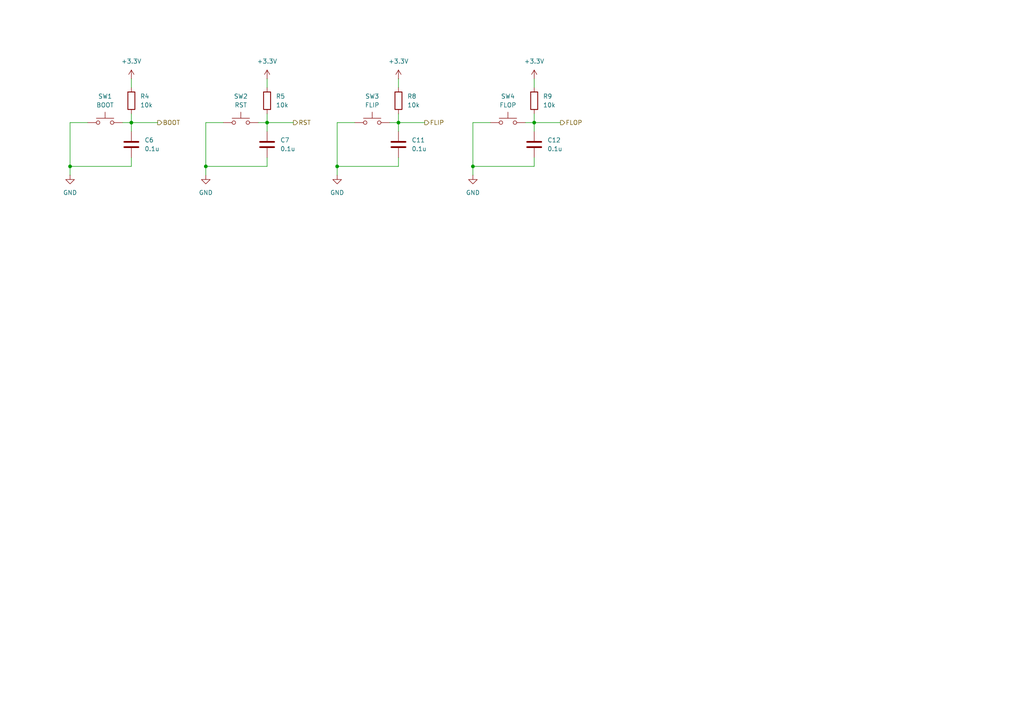
<source format=kicad_sch>
(kicad_sch (version 20231120) (generator "eeschema") (generator_version "8.0")
  (paper "A4")
  (title_block (title "Buttons"))
  (lib_symbols
    (symbol "Device:C" (pin_numbers hide) (pin_names (offset 0.254))
      (property "Reference" "C" (at 0.635 2.54 0))
      (property "Value" "C" (at 0.635 -2.54 0))
      (symbol "C_0_1"
        (polyline (pts (xy -2.032 -0.762) (xy 2.032 -0.762)) (stroke (width 0.508)))
        (polyline (pts (xy -2.032 0.762) (xy 2.032 0.762)) (stroke (width 0.508)))
      )
      (symbol "C_1_1"
        (pin passive line (at 0 3.81 270) (length 2.794) (name "~") (number "1"))
        (pin passive line (at 0 -3.81 90) (length 2.794) (name "~") (number "2"))
      )
    )
    (symbol "Device:R" (pin_numbers hide) (pin_names (offset 0))
      (property "Reference" "R" (at 2.032 0 90))
      (property "Value" "R" (at 0 0 90))
      (symbol "R_0_1"
        (rectangle (start -1.016 -2.54) (end 1.016 2.54) (stroke (width 0.254)))
      )
      (symbol "R_1_1"
        (pin passive line (at 0 3.81 270) (length 1.27) (name "~") (number "1"))
        (pin passive line (at 0 -3.81 90) (length 1.27) (name "~") (number "2"))
      )
    )
    (symbol "Switch:SW_Push" (pin_numbers hide) (pin_names (offset 1.016) hide)
      (property "Reference" "SW" (at 1.27 2.54 0))
      (property "Value" "SW_Push" (at 0 -1.524 0))
      (symbol "SW_Push_0_1"
        (circle (center -2.032 0) (radius 0.508))
        (polyline (pts (xy 0 1.27) (xy 0 3.048)))
        (polyline (pts (xy 2.54 1.27) (xy -2.54 1.27)))
        (circle (center 2.032 0) (radius 0.508))
        (pin passive line (at -5.08 0 0) (length 2.54) (name "1") (number "1"))
        (pin passive line (at 5.08 0 180) (length 2.54) (name "2") (number "2"))
      )
    )
    (symbol "power:+3.3V" (power) (pin_numbers hide) (pin_names (offset 0) hide)
      (property "Value" "+3.3V" (at 0 3.556 0))
      (symbol "+3.3V_0_1"
        (polyline (pts (xy -0.762 1.27) (xy 0 2.54)))
        (polyline (pts (xy 0 0) (xy 0 2.54)))
        (polyline (pts (xy 0 2.54) (xy 0.762 1.27)))
      )
      (symbol "+3.3V_1_1"
        (pin power_in line (at 0 0 90) (length 0) (name "~") (number "1"))
      )
    )
    (symbol "power:GND" (power) (pin_numbers hide) (pin_names (offset 0) hide)
      (property "Value" "GND" (at 0 -3.81 0))
      (symbol "GND_0_1"
        (polyline (pts (xy 0 0) (xy 0 -1.27) (xy 1.27 -1.27) (xy 0 -2.54) (xy -1.27 -1.27) (xy 0 -1.27)))
      )
      (symbol "GND_1_1"
        (pin power_in line (at 0 0 270) (length 0) (name "~") (number "1"))
      )
    )
  )
  (junction (at 97.79 48.26))
  (junction (at 77.47 35.56))
  (junction (at 59.69 48.26))
  (junction (at 137.16 48.26))
  (junction (at 154.94 35.56))
  (junction (at 20.32 48.26))
  (junction (at 38.1 35.56))
  (junction (at 115.57 35.56))
  (wire (pts (xy 115.57 35.56) (xy 123.19 35.56)))
  (wire (pts (xy 59.69 48.26) (xy 59.69 50.8)))
  (wire (pts (xy 77.47 22.86) (xy 77.47 25.4)))
  (wire (pts (xy 20.32 48.26) (xy 20.32 50.8)))
  (wire (pts (xy 38.1 35.56) (xy 38.1 38.1)))
  (wire (pts (xy 137.16 35.56) (xy 137.16 48.26)))
  (wire (pts (xy 59.69 35.56) (xy 59.69 48.26)))
  (wire (pts (xy 142.24 35.56) (xy 137.16 35.56)))
  (wire (pts (xy 77.47 35.56) (xy 85.09 35.56)))
  (wire (pts (xy 97.79 35.56) (xy 97.79 48.26)))
  (wire (pts (xy 38.1 48.26) (xy 20.32 48.26)))
  (wire (pts (xy 77.47 35.56) (xy 77.47 38.1)))
  (wire (pts (xy 38.1 45.72) (xy 38.1 48.26)))
  (wire (pts (xy 115.57 35.56) (xy 115.57 38.1)))
  (wire (pts (xy 20.32 35.56) (xy 20.32 48.26)))
  (wire (pts (xy 74.93 35.56) (xy 77.47 35.56)))
  (wire (pts (xy 154.94 45.72) (xy 154.94 48.26)))
  (wire (pts (xy 154.94 35.56) (xy 154.94 38.1)))
  (wire (pts (xy 113.03 35.56) (xy 115.57 35.56)))
  (wire (pts (xy 115.57 45.72) (xy 115.57 48.26)))
  (wire (pts (xy 35.56 35.56) (xy 38.1 35.56)))
  (wire (pts (xy 154.94 22.86) (xy 154.94 25.4)))
  (wire (pts (xy 154.94 35.56) (xy 162.56 35.56)))
  (wire (pts (xy 154.94 33.02) (xy 154.94 35.56)))
  (wire (pts (xy 115.57 33.02) (xy 115.57 35.56)))
  (wire (pts (xy 38.1 22.86) (xy 38.1 25.4)))
  (wire (pts (xy 64.77 35.56) (xy 59.69 35.56)))
  (wire (pts (xy 25.4 35.56) (xy 20.32 35.56)))
  (wire (pts (xy 38.1 33.02) (xy 38.1 35.56)))
  (wire (pts (xy 97.79 48.26) (xy 97.79 50.8)))
  (wire (pts (xy 77.47 33.02) (xy 77.47 35.56)))
  (wire (pts (xy 115.57 22.86) (xy 115.57 25.4)))
  (wire (pts (xy 137.16 48.26) (xy 137.16 50.8)))
  (wire (pts (xy 77.47 48.26) (xy 59.69 48.26)))
  (wire (pts (xy 152.4 35.56) (xy 154.94 35.56)))
  (wire (pts (xy 102.87 35.56) (xy 97.79 35.56)))
  (wire (pts (xy 115.57 48.26) (xy 97.79 48.26)))
  (wire (pts (xy 154.94 48.26) (xy 137.16 48.26)))
  (wire (pts (xy 38.1 35.56) (xy 45.72 35.56)))
  (wire (pts (xy 77.47 45.72) (xy 77.47 48.26)))
  (hierarchical_label "FLIP" (shape output) (at 123.19 35.56 0))
  (hierarchical_label "RST" (shape output) (at 85.09 35.56 0))
  (hierarchical_label "FLOP" (shape output) (at 162.56 35.56 0))
  (hierarchical_label "BOOT" (shape output) (at 45.72 35.56 0))
  (symbol (lib_id "power:+3.3V") (at 38.1 22.86 0) (unit 1)
    (property "Reference" "#PWR019" (effects (hide yes)))
    (property "Value" "+3.3V" (at 38.1 17.78 0))
    (property "Description" "Power symbol creates a global label with name \"+3.3V\"" (effects (hide yes)))
  )
  (symbol (lib_id "power:+3.3V") (at 154.94 22.86 0) (unit 1)
    (property "Reference" "#PWR033" (effects (hide yes)))
    (property "Value" "+3.3V" (at 154.94 17.78 0))
    (property "Description" "Power symbol creates a global label with name \"+3.3V\"" (effects (hide yes)))
  )
  (symbol (lib_id "power:+3.3V") (at 77.47 22.86 0) (unit 1)
    (property "Reference" "#PWR021" (effects (hide yes)))
    (property "Value" "+3.3V" (at 77.47 17.78 0))
    (property "Description" "Power symbol creates a global label with name \"+3.3V\"" (effects (hide yes)))
  )
  (symbol (lib_id "power:+3.3V") (at 115.57 22.86 0) (unit 1)
    (property "Reference" "#PWR031" (effects (hide yes)))
    (property "Value" "+3.3V" (at 115.57 17.78 0))
    (property "Description" "Power symbol creates a global label with name \"+3.3V\"" (effects (hide yes)))
  )
  (symbol (lib_id "power:GND") (at 59.69 50.8 0) (unit 1)
    (property "Reference" "#PWR020" (effects (hide yes)))
    (property "Value" "GND" (at 59.69 55.88 0))
    (property "Description" "Power symbol creates a global label with name \"GND\" , ground" (effects (hide yes)))
  )
  (symbol (lib_id "Device:C") (at 38.1 41.91 0) (unit 1)
    (property "Reference" "C6" (at 41.91 40.6399 0) (effects (justify left)))
    (property "Value" "0.1u" (at 41.91 43.1799 0) (effects (justify left)))
    (property "Description" "Unpolarized capacitor" (effects (hide yes)))
  )
  (symbol (lib_id "Device:R") (at 38.1 29.21 0) (unit 1)
    (property "Reference" "R4" (at 40.64 27.9399 0) (effects (justify left)))
    (property "Value" "10k" (at 40.64 30.4799 0) (effects (justify left)))
    (property "Description" "Resistor" (effects (hide yes)))
  )
  (symbol (lib_id "Device:R") (at 115.57 29.21 0) (unit 1)
    (property "Reference" "R8" (at 118.11 27.9399 0) (effects (justify left)))
    (property "Value" "10k" (at 118.11 30.4799 0) (effects (justify left)))
    (property "Description" "Resistor" (effects (hide yes)))
  )
  (symbol (lib_id "power:GND") (at 137.16 50.8 0) (unit 1)
    (property "Reference" "#PWR032" (effects (hide yes)))
    (property "Value" "GND" (at 137.16 55.88 0))
    (property "Description" "Power symbol creates a global label with name \"GND\" , ground" (effects (hide yes)))
  )
  (symbol (lib_id "Device:C") (at 154.94 41.91 0) (unit 1)
    (property "Reference" "C12" (at 158.75 40.6399 0) (effects (justify left)))
    (property "Value" "0.1u" (at 158.75 43.1799 0) (effects (justify left)))
    (property "Description" "Unpolarized capacitor" (effects (hide yes)))
  )
  (symbol (lib_id "Switch:SW_Push") (at 107.95 35.56 0) (unit 1)
    (property "Reference" "SW3" (at 107.95 27.94 0))
    (property "Value" "FLIP" (at 107.95 30.48 0))
    (property "Description" "Push button switch, generic, two pins" (effects (hide yes)))
  )
  (symbol (lib_id "Switch:SW_Push") (at 147.32 35.56 0) (unit 1)
    (property "Reference" "SW4" (at 147.32 27.94 0))
    (property "Value" "FLOP" (at 147.32 30.48 0))
    (property "Description" "Push button switch, generic, two pins" (effects (hide yes)))
  )
  (symbol (lib_id "Switch:SW_Push") (at 30.48 35.56 0) (unit 1)
    (property "Reference" "SW1" (at 30.48 27.94 0))
    (property "Value" "BOOT" (at 30.48 30.48 0))
    (property "Description" "Push button switch, generic, two pins" (effects (hide yes)))
  )
  (symbol (lib_id "Device:R") (at 77.47 29.21 0) (unit 1)
    (property "Reference" "R5" (at 80.01 27.9399 0) (effects (justify left)))
    (property "Value" "10k" (at 80.01 30.4799 0) (effects (justify left)))
    (property "Description" "Resistor" (effects (hide yes)))
  )
  (symbol (lib_id "power:GND") (at 97.79 50.8 0) (unit 1)
    (property "Reference" "#PWR030" (effects (hide yes)))
    (property "Value" "GND" (at 97.79 55.88 0))
    (property "Description" "Power symbol creates a global label with name \"GND\" , ground" (effects (hide yes)))
  )
  (symbol (lib_id "Device:R") (at 154.94 29.21 0) (unit 1)
    (property "Reference" "R9" (at 157.48 27.9399 0) (effects (justify left)))
    (property "Value" "10k" (at 157.48 30.4799 0) (effects (justify left)))
    (property "Description" "Resistor" (effects (hide yes)))
  )
  (symbol (lib_id "Device:C") (at 77.47 41.91 0) (unit 1)
    (property "Reference" "C7" (at 81.28 40.6399 0) (effects (justify left)))
    (property "Value" "0.1u" (at 81.28 43.1799 0) (effects (justify left)))
    (property "Description" "Unpolarized capacitor" (effects (hide yes)))
  )
  (symbol (lib_id "power:GND") (at 20.32 50.8 0) (unit 1)
    (property "Reference" "#PWR018" (effects (hide yes)))
    (property "Value" "GND" (at 20.32 55.88 0))
    (property "Description" "Power symbol creates a global label with name \"GND\" , ground" (effects (hide yes)))
  )
  (symbol (lib_id "Switch:SW_Push") (at 69.85 35.56 0) (unit 1)
    (property "Reference" "SW2" (at 69.85 27.94 0))
    (property "Value" "RST" (at 69.85 30.48 0))
    (property "Description" "Push button switch, generic, two pins" (effects (hide yes)))
  )
  (symbol (lib_id "Device:C") (at 115.57 41.91 0) (unit 1)
    (property "Reference" "C11" (at 119.38 40.6399 0) (effects (justify left)))
    (property "Value" "0.1u" (at 119.38 43.1799 0) (effects (justify left)))
    (property "Description" "Unpolarized capacitor" (effects (hide yes)))
  )
)
</source>
